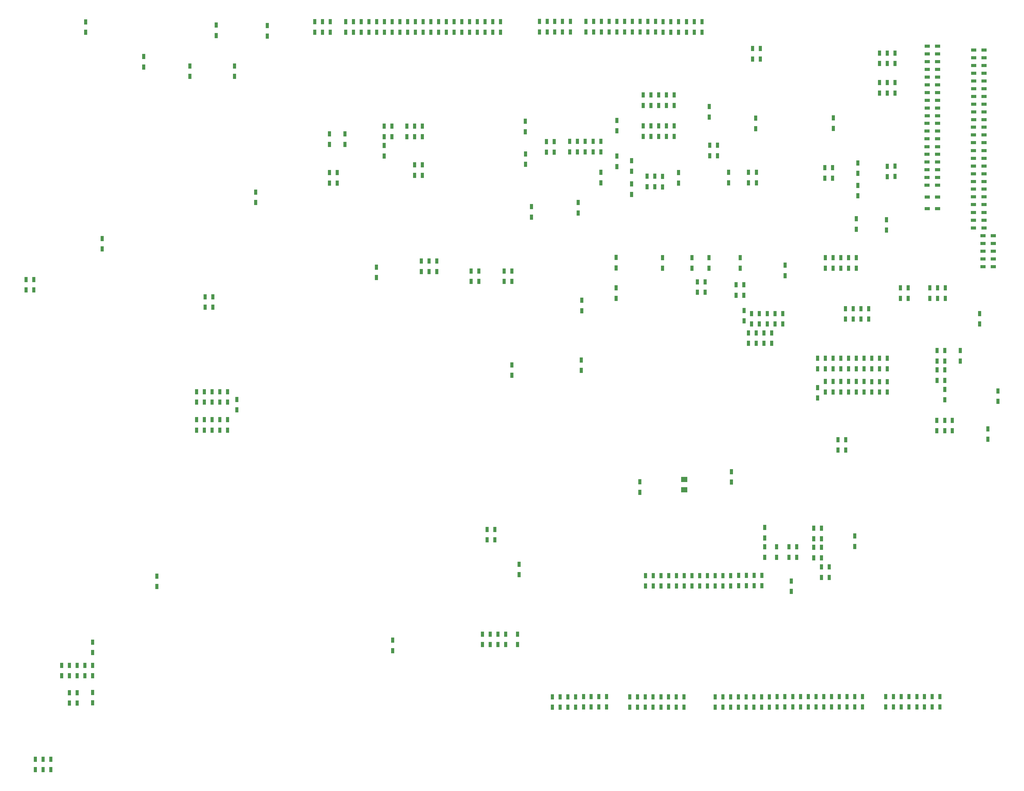
<source format=gbr>
%FSLAX34Y34*%
%MOMM*%
%LNSMDMASK_BOTTOM*%
G71*
G01*
%ADD10R,1.100X1.700*%
%ADD11R,1.700X1.100*%
%ADD12R,2.100X1.700*%
%LPD*%
X1016794Y929481D02*
G54D10*
D03*
X1016794Y895350D02*
G54D10*
D03*
X1042194Y929481D02*
G54D10*
D03*
X1042194Y895350D02*
G54D10*
D03*
X1067594Y929481D02*
G54D10*
D03*
X1067594Y895350D02*
G54D10*
D03*
X1118394Y929481D02*
G54D10*
D03*
X1118394Y895350D02*
G54D10*
D03*
X1143794Y929481D02*
G54D10*
D03*
X1143794Y895350D02*
G54D10*
D03*
X1169194Y929481D02*
G54D10*
D03*
X1169194Y895350D02*
G54D10*
D03*
X1194594Y929481D02*
G54D10*
D03*
X1194594Y895350D02*
G54D10*
D03*
X1219994Y929481D02*
G54D10*
D03*
X1219994Y895350D02*
G54D10*
D03*
X1245394Y895350D02*
G54D10*
D03*
X1245394Y929481D02*
G54D10*
D03*
X1270794Y895350D02*
G54D10*
D03*
X1270794Y929481D02*
G54D10*
D03*
X264319Y894556D02*
G54D10*
D03*
X264319Y928688D02*
G54D10*
D03*
X454819Y781050D02*
G54D10*
D03*
X454819Y815181D02*
G54D10*
D03*
X606425Y750094D02*
G54D10*
D03*
X606425Y784225D02*
G54D10*
D03*
X692944Y884238D02*
G54D10*
D03*
X692944Y918369D02*
G54D10*
D03*
X753269Y750094D02*
G54D10*
D03*
X753269Y784225D02*
G54D10*
D03*
X860425Y882650D02*
G54D10*
D03*
X860425Y916781D02*
G54D10*
D03*
X1296194Y895350D02*
G54D10*
D03*
X1296194Y929481D02*
G54D10*
D03*
X1321594Y895350D02*
G54D10*
D03*
X1321594Y929481D02*
G54D10*
D03*
X1346994Y895350D02*
G54D10*
D03*
X1346994Y929481D02*
G54D10*
D03*
X1372394Y895350D02*
G54D10*
D03*
X1372394Y929481D02*
G54D10*
D03*
X1397794Y895350D02*
G54D10*
D03*
X1397794Y929481D02*
G54D10*
D03*
X1423194Y895350D02*
G54D10*
D03*
X1423194Y929481D02*
G54D10*
D03*
X1448594Y895350D02*
G54D10*
D03*
X1448594Y929481D02*
G54D10*
D03*
X1473994Y895350D02*
G54D10*
D03*
X1473994Y929481D02*
G54D10*
D03*
X1499394Y895350D02*
G54D10*
D03*
X1499394Y929481D02*
G54D10*
D03*
X1524794Y895350D02*
G54D10*
D03*
X1524794Y929481D02*
G54D10*
D03*
X1550194Y895350D02*
G54D10*
D03*
X1550194Y929481D02*
G54D10*
D03*
X1575594Y895350D02*
G54D10*
D03*
X1575594Y929481D02*
G54D10*
D03*
X1600994Y895350D02*
G54D10*
D03*
X1600994Y929481D02*
G54D10*
D03*
X1626394Y895350D02*
G54D10*
D03*
X1626394Y929481D02*
G54D10*
D03*
X1754188Y896144D02*
G54D10*
D03*
X1754188Y930275D02*
G54D10*
D03*
X1779588Y896144D02*
G54D10*
D03*
X1779588Y930275D02*
G54D10*
D03*
X1804194Y896144D02*
G54D10*
D03*
X1804194Y930275D02*
G54D10*
D03*
X1829594Y896144D02*
G54D10*
D03*
X1829594Y930275D02*
G54D10*
D03*
X1855788Y896144D02*
G54D10*
D03*
X1855788Y930275D02*
G54D10*
D03*
X1906588Y896144D02*
G54D10*
D03*
X1906588Y930275D02*
G54D10*
D03*
X1931988Y896144D02*
G54D10*
D03*
X1931988Y930275D02*
G54D10*
D03*
X1957388Y896144D02*
G54D10*
D03*
X1957388Y930275D02*
G54D10*
D03*
X1982788Y896144D02*
G54D10*
D03*
X1982788Y930275D02*
G54D10*
D03*
X2008188Y896144D02*
G54D10*
D03*
X2008188Y930275D02*
G54D10*
D03*
X2033588Y896144D02*
G54D10*
D03*
X2033588Y930275D02*
G54D10*
D03*
X2058988Y896144D02*
G54D10*
D03*
X2058988Y930275D02*
G54D10*
D03*
X2084388Y896144D02*
G54D10*
D03*
X2084388Y930275D02*
G54D10*
D03*
X2109788Y896144D02*
G54D10*
D03*
X2109788Y930275D02*
G54D10*
D03*
X2135188Y896144D02*
G54D10*
D03*
X2135188Y930275D02*
G54D10*
D03*
X2159794Y895350D02*
G54D10*
D03*
X2159794Y929481D02*
G54D10*
D03*
X2287588Y895350D02*
G54D10*
D03*
X2287588Y929481D02*
G54D10*
D03*
X2262188Y895350D02*
G54D10*
D03*
X2262188Y929481D02*
G54D10*
D03*
X2236788Y895350D02*
G54D10*
D03*
X2236788Y929481D02*
G54D10*
D03*
X2210594Y895350D02*
G54D10*
D03*
X2210594Y929481D02*
G54D10*
D03*
X2185194Y895350D02*
G54D10*
D03*
X2185194Y929481D02*
G54D10*
D03*
X2453481Y807244D02*
G54D10*
D03*
X2453481Y841375D02*
G54D10*
D03*
X2478881Y807244D02*
G54D10*
D03*
X2478881Y841375D02*
G54D10*
D03*
X2870200Y792162D02*
G54D10*
D03*
X2870200Y826294D02*
G54D10*
D03*
X2895600Y792162D02*
G54D10*
D03*
X2895600Y826294D02*
G54D10*
D03*
X2921000Y792162D02*
G54D10*
D03*
X2921000Y826294D02*
G54D10*
D03*
X2921000Y695325D02*
G54D10*
D03*
X2921000Y729456D02*
G54D10*
D03*
X2895600Y695325D02*
G54D10*
D03*
X2895600Y729456D02*
G54D10*
D03*
X2870200Y695325D02*
G54D10*
D03*
X2870200Y729456D02*
G54D10*
D03*
X2718594Y579438D02*
G54D10*
D03*
X2718594Y613569D02*
G54D10*
D03*
X2463006Y578644D02*
G54D10*
D03*
X2463006Y612775D02*
G54D10*
D03*
X2310606Y616744D02*
G54D10*
D03*
X2310606Y650875D02*
G54D10*
D03*
X2195512Y654844D02*
G54D10*
D03*
X2195512Y688975D02*
G54D10*
D03*
X2170112Y654844D02*
G54D10*
D03*
X2170112Y688975D02*
G54D10*
D03*
X2144712Y654844D02*
G54D10*
D03*
X2144712Y688975D02*
G54D10*
D03*
X2119312Y654844D02*
G54D10*
D03*
X2119312Y688975D02*
G54D10*
D03*
X2093912Y654844D02*
G54D10*
D03*
X2093912Y688975D02*
G54D10*
D03*
X2008188Y571500D02*
G54D10*
D03*
X2008188Y605631D02*
G54D10*
D03*
X1707356Y568325D02*
G54D10*
D03*
X1707356Y602456D02*
G54D10*
D03*
X822325Y335756D02*
G54D10*
D03*
X822325Y369888D02*
G54D10*
D03*
X1064419Y527050D02*
G54D10*
D03*
X1064419Y561181D02*
G54D10*
D03*
X1115219Y527050D02*
G54D10*
D03*
X1115219Y561181D02*
G54D10*
D03*
X1064419Y400050D02*
G54D10*
D03*
X1064419Y434181D02*
G54D10*
D03*
X1089819Y400050D02*
G54D10*
D03*
X1089819Y434181D02*
G54D10*
D03*
X1727994Y288131D02*
G54D10*
D03*
X1727994Y322262D02*
G54D10*
D03*
X1708150Y461169D02*
G54D10*
D03*
X1708150Y495300D02*
G54D10*
D03*
X1369219Y425450D02*
G54D10*
D03*
X1369219Y459581D02*
G54D10*
D03*
X1343819Y425450D02*
G54D10*
D03*
X1343819Y459581D02*
G54D10*
D03*
X1244600Y488950D02*
G54D10*
D03*
X1244600Y523081D02*
G54D10*
D03*
X1369219Y552450D02*
G54D10*
D03*
X1369219Y586581D02*
G54D10*
D03*
X1343819Y552450D02*
G54D10*
D03*
X1343819Y586581D02*
G54D10*
D03*
X1318419Y552450D02*
G54D10*
D03*
X1318419Y586581D02*
G54D10*
D03*
X1270000Y552450D02*
G54D10*
D03*
X1270000Y586581D02*
G54D10*
D03*
X1244600Y552450D02*
G54D10*
D03*
X1244600Y586581D02*
G54D10*
D03*
X1776412Y501650D02*
G54D10*
D03*
X1776412Y535781D02*
G54D10*
D03*
X1801812Y501650D02*
G54D10*
D03*
X1801812Y535781D02*
G54D10*
D03*
X1852612Y502444D02*
G54D10*
D03*
X1852612Y536575D02*
G54D10*
D03*
X1881188Y301625D02*
G54D10*
D03*
X1881188Y335756D02*
G54D10*
D03*
X1955006Y400844D02*
G54D10*
D03*
X1955006Y434975D02*
G54D10*
D03*
X2055812Y362744D02*
G54D10*
D03*
X2055812Y396875D02*
G54D10*
D03*
X2008188Y454025D02*
G54D10*
D03*
X2008188Y488156D02*
G54D10*
D03*
X2055812Y438944D02*
G54D10*
D03*
X2055812Y473075D02*
G54D10*
D03*
X2106612Y388144D02*
G54D10*
D03*
X2106612Y422275D02*
G54D10*
D03*
X2132012Y388144D02*
G54D10*
D03*
X2132012Y422275D02*
G54D10*
D03*
X2157412Y387350D02*
G54D10*
D03*
X2157412Y421481D02*
G54D10*
D03*
X2210594Y400050D02*
G54D10*
D03*
X2210594Y434181D02*
G54D10*
D03*
X2374106Y400844D02*
G54D10*
D03*
X2374106Y434975D02*
G54D10*
D03*
X2439988Y400844D02*
G54D10*
D03*
X2439988Y434975D02*
G54D10*
D03*
X2338388Y489744D02*
G54D10*
D03*
X2338388Y523875D02*
G54D10*
D03*
X2312988Y489744D02*
G54D10*
D03*
X2312988Y523875D02*
G54D10*
D03*
X2195512Y553244D02*
G54D10*
D03*
X2195512Y587375D02*
G54D10*
D03*
X2170112Y553244D02*
G54D10*
D03*
X2170112Y587375D02*
G54D10*
D03*
X2093912Y553244D02*
G54D10*
D03*
X2093912Y587375D02*
G54D10*
D03*
X2119312Y553244D02*
G54D10*
D03*
X2119312Y587375D02*
G54D10*
D03*
X2144712Y553244D02*
G54D10*
D03*
X2144712Y587375D02*
G54D10*
D03*
X1955006Y502444D02*
G54D10*
D03*
X1955006Y536575D02*
G54D10*
D03*
X1878012Y502444D02*
G54D10*
D03*
X1878012Y536575D02*
G54D10*
D03*
X1903412Y502444D02*
G54D10*
D03*
X1903412Y536575D02*
G54D10*
D03*
X1929606Y502444D02*
G54D10*
D03*
X1929606Y536575D02*
G54D10*
D03*
X2466181Y400844D02*
G54D10*
D03*
X2466181Y434975D02*
G54D10*
D03*
X2690019Y415925D02*
G54D10*
D03*
X2690019Y450056D02*
G54D10*
D03*
X2715419Y415925D02*
G54D10*
D03*
X2715419Y450056D02*
G54D10*
D03*
X2798762Y431800D02*
G54D10*
D03*
X2798762Y465931D02*
G54D10*
D03*
X2798762Y357981D02*
G54D10*
D03*
X2798762Y392112D02*
G54D10*
D03*
X2794000Y248444D02*
G54D10*
D03*
X2794000Y282575D02*
G54D10*
D03*
X2892425Y245269D02*
G54D10*
D03*
X2892425Y279400D02*
G54D10*
D03*
X2895600Y420688D02*
G54D10*
D03*
X2895600Y454819D02*
G54D10*
D03*
X2921000Y421481D02*
G54D10*
D03*
X2921000Y455612D02*
G54D10*
D03*
X3026569Y849313D02*
G54D11*
D03*
X3060700Y849313D02*
G54D11*
D03*
X3026569Y823913D02*
G54D11*
D03*
X3060700Y823913D02*
G54D11*
D03*
X3026569Y798513D02*
G54D11*
D03*
X3060700Y798513D02*
G54D11*
D03*
X3026569Y773113D02*
G54D11*
D03*
X3060700Y773113D02*
G54D11*
D03*
X3026569Y747713D02*
G54D11*
D03*
X3060700Y747713D02*
G54D11*
D03*
X3026569Y722313D02*
G54D11*
D03*
X3060700Y722313D02*
G54D11*
D03*
X3026569Y696913D02*
G54D11*
D03*
X3060700Y696913D02*
G54D11*
D03*
X3026569Y671513D02*
G54D11*
D03*
X3060700Y671513D02*
G54D11*
D03*
X3026569Y646113D02*
G54D11*
D03*
X3060700Y646113D02*
G54D11*
D03*
X3026569Y620713D02*
G54D11*
D03*
X3060700Y620713D02*
G54D11*
D03*
X3025775Y596106D02*
G54D11*
D03*
X3059906Y596106D02*
G54D11*
D03*
X3025775Y469106D02*
G54D11*
D03*
X3059906Y469106D02*
G54D11*
D03*
X3025775Y494506D02*
G54D11*
D03*
X3059906Y494506D02*
G54D11*
D03*
X3025775Y519113D02*
G54D11*
D03*
X3059906Y519113D02*
G54D11*
D03*
X3025775Y545306D02*
G54D11*
D03*
X3059906Y545306D02*
G54D11*
D03*
X3025775Y570706D02*
G54D11*
D03*
X3059906Y570706D02*
G54D11*
D03*
X3178969Y836613D02*
G54D11*
D03*
X3213100Y836613D02*
G54D11*
D03*
X3178969Y811213D02*
G54D11*
D03*
X3213100Y811213D02*
G54D11*
D03*
X3178969Y785813D02*
G54D11*
D03*
X3213100Y785813D02*
G54D11*
D03*
X3178969Y760413D02*
G54D11*
D03*
X3213100Y760413D02*
G54D11*
D03*
X3178969Y735013D02*
G54D11*
D03*
X3213100Y735013D02*
G54D11*
D03*
X3178969Y709613D02*
G54D11*
D03*
X3213100Y709613D02*
G54D11*
D03*
X3178969Y684213D02*
G54D11*
D03*
X3213100Y684213D02*
G54D11*
D03*
X3178969Y658813D02*
G54D11*
D03*
X3213100Y658813D02*
G54D11*
D03*
X3178969Y633413D02*
G54D11*
D03*
X3213100Y633413D02*
G54D11*
D03*
X3178969Y608013D02*
G54D11*
D03*
X3213100Y608013D02*
G54D11*
D03*
X3178175Y583406D02*
G54D11*
D03*
X3212306Y583406D02*
G54D11*
D03*
X3178175Y455613D02*
G54D11*
D03*
X3212306Y455613D02*
G54D11*
D03*
X3178175Y481013D02*
G54D11*
D03*
X3212306Y481013D02*
G54D11*
D03*
X3178175Y506413D02*
G54D11*
D03*
X3212306Y506413D02*
G54D11*
D03*
X3178175Y532606D02*
G54D11*
D03*
X3212306Y532606D02*
G54D11*
D03*
X3178175Y558006D02*
G54D11*
D03*
X3212306Y558006D02*
G54D11*
D03*
X2794000Y120650D02*
G54D10*
D03*
X2794000Y154781D02*
G54D10*
D03*
X2768600Y120650D02*
G54D10*
D03*
X2768600Y154781D02*
G54D10*
D03*
X2743200Y120650D02*
G54D10*
D03*
X2743200Y154781D02*
G54D10*
D03*
X2717800Y120650D02*
G54D10*
D03*
X2717800Y154781D02*
G54D10*
D03*
X2692400Y120650D02*
G54D10*
D03*
X2692400Y154781D02*
G54D10*
D03*
X2667000Y-209550D02*
G54D10*
D03*
X2667000Y-175419D02*
G54D10*
D03*
X2692400Y-209550D02*
G54D10*
D03*
X2692400Y-175419D02*
G54D10*
D03*
X2717800Y-209550D02*
G54D10*
D03*
X2717800Y-175419D02*
G54D10*
D03*
X2743200Y-209550D02*
G54D10*
D03*
X2743200Y-175419D02*
G54D10*
D03*
X2768600Y-209550D02*
G54D10*
D03*
X2768600Y-175419D02*
G54D10*
D03*
X2794000Y-209550D02*
G54D10*
D03*
X2794000Y-175419D02*
G54D10*
D03*
X2819400Y-209550D02*
G54D10*
D03*
X2819400Y-175419D02*
G54D10*
D03*
X2844800Y-209550D02*
G54D10*
D03*
X2844800Y-175419D02*
G54D10*
D03*
X2870200Y-209550D02*
G54D10*
D03*
X2870200Y-175419D02*
G54D10*
D03*
X2895600Y-209550D02*
G54D10*
D03*
X2895600Y-175419D02*
G54D10*
D03*
X2692400Y-285750D02*
G54D10*
D03*
X2692400Y-251619D02*
G54D10*
D03*
X2717800Y-285750D02*
G54D10*
D03*
X2717800Y-251619D02*
G54D10*
D03*
X2743200Y-285750D02*
G54D10*
D03*
X2743200Y-251619D02*
G54D10*
D03*
X2768600Y-285750D02*
G54D10*
D03*
X2768600Y-251619D02*
G54D10*
D03*
X2895600Y-286544D02*
G54D10*
D03*
X2895600Y-252412D02*
G54D10*
D03*
X2870200Y-286544D02*
G54D10*
D03*
X2870200Y-252412D02*
G54D10*
D03*
X2844800Y-286544D02*
G54D10*
D03*
X2844800Y-252412D02*
G54D10*
D03*
X2819400Y-285750D02*
G54D10*
D03*
X2819400Y-251619D02*
G54D10*
D03*
X2794000Y-285750D02*
G54D10*
D03*
X2794000Y-251619D02*
G54D10*
D03*
X2101850Y-923131D02*
G54D10*
D03*
X2101850Y-889000D02*
G54D10*
D03*
X2127250Y-923131D02*
G54D10*
D03*
X2127250Y-889000D02*
G54D10*
D03*
X2152650Y-923131D02*
G54D10*
D03*
X2152650Y-889000D02*
G54D10*
D03*
X2178050Y-923131D02*
G54D10*
D03*
X2178050Y-889000D02*
G54D10*
D03*
X2203450Y-923131D02*
G54D10*
D03*
X2203450Y-889000D02*
G54D10*
D03*
X2228850Y-923131D02*
G54D10*
D03*
X2228850Y-889000D02*
G54D10*
D03*
X2254250Y-923131D02*
G54D10*
D03*
X2254250Y-889000D02*
G54D10*
D03*
X2279650Y-923131D02*
G54D10*
D03*
X2279650Y-889000D02*
G54D10*
D03*
X2305050Y-923131D02*
G54D10*
D03*
X2305050Y-889000D02*
G54D10*
D03*
X2330450Y-923131D02*
G54D10*
D03*
X2330450Y-889000D02*
G54D10*
D03*
X2355850Y-923131D02*
G54D10*
D03*
X2355850Y-889000D02*
G54D10*
D03*
X2381250Y-923131D02*
G54D10*
D03*
X2381250Y-889000D02*
G54D10*
D03*
X2407444Y-922338D02*
G54D10*
D03*
X2407444Y-888206D02*
G54D10*
D03*
X2432844Y-922338D02*
G54D10*
D03*
X2432844Y-888206D02*
G54D10*
D03*
X2458244Y-922338D02*
G54D10*
D03*
X2458244Y-888206D02*
G54D10*
D03*
X2483644Y-922338D02*
G54D10*
D03*
X2483644Y-888206D02*
G54D10*
D03*
X3025775Y392906D02*
G54D11*
D03*
X3059906Y392906D02*
G54D11*
D03*
X3025775Y418306D02*
G54D11*
D03*
X3059906Y418306D02*
G54D11*
D03*
X3025775Y443706D02*
G54D11*
D03*
X3059906Y443706D02*
G54D11*
D03*
X3178175Y430213D02*
G54D11*
D03*
X3212306Y430213D02*
G54D11*
D03*
X3178175Y404813D02*
G54D11*
D03*
X3212306Y404813D02*
G54D11*
D03*
X3178175Y380206D02*
G54D11*
D03*
X3212306Y380206D02*
G54D11*
D03*
X3178175Y252413D02*
G54D11*
D03*
X3212306Y252413D02*
G54D11*
D03*
X3178175Y277813D02*
G54D11*
D03*
X3212306Y277813D02*
G54D11*
D03*
X3178175Y303213D02*
G54D11*
D03*
X3212306Y303213D02*
G54D11*
D03*
X3178175Y329406D02*
G54D11*
D03*
X3212306Y329406D02*
G54D11*
D03*
X3178175Y354806D02*
G54D11*
D03*
X3212306Y354806D02*
G54D11*
D03*
X3209131Y125413D02*
G54D11*
D03*
X3243262Y125413D02*
G54D11*
D03*
X3209131Y150813D02*
G54D11*
D03*
X3243262Y150813D02*
G54D11*
D03*
X3209131Y176213D02*
G54D11*
D03*
X3243262Y176213D02*
G54D11*
D03*
X3209131Y201613D02*
G54D11*
D03*
X3243262Y201613D02*
G54D11*
D03*
X3209131Y227013D02*
G54D11*
D03*
X3243262Y227013D02*
G54D11*
D03*
X3026569Y354013D02*
G54D11*
D03*
X3060700Y354013D02*
G54D11*
D03*
X3026569Y315913D02*
G54D11*
D03*
X3060700Y315913D02*
G54D11*
D03*
X2667000Y-305594D02*
G54D10*
D03*
X2667000Y-271462D02*
G54D10*
D03*
X2733675Y-477044D02*
G54D10*
D03*
X2733675Y-442912D02*
G54D10*
D03*
X2759075Y-477044D02*
G54D10*
D03*
X2759075Y-442912D02*
G54D10*
D03*
X2271712Y41275D02*
G54D10*
D03*
X2271712Y75406D02*
G54D10*
D03*
X2297112Y41275D02*
G54D10*
D03*
X2297112Y75406D02*
G54D10*
D03*
X2398712Y31750D02*
G54D10*
D03*
X2398712Y65881D02*
G54D10*
D03*
X2424112Y31750D02*
G54D10*
D03*
X2424112Y65881D02*
G54D10*
D03*
X2938462Y21431D02*
G54D10*
D03*
X2938462Y55562D02*
G54D10*
D03*
X2963862Y21431D02*
G54D10*
D03*
X2963862Y55562D02*
G54D10*
D03*
X2834481Y-46831D02*
G54D10*
D03*
X2834481Y-12700D02*
G54D10*
D03*
X2809081Y-46831D02*
G54D10*
D03*
X2809081Y-12700D02*
G54D10*
D03*
X2783681Y-46831D02*
G54D10*
D03*
X2783681Y-12700D02*
G54D10*
D03*
X2758281Y-46831D02*
G54D10*
D03*
X2758281Y-12700D02*
G54D10*
D03*
X3086100Y21431D02*
G54D10*
D03*
X3086100Y55562D02*
G54D10*
D03*
X3060700Y21431D02*
G54D10*
D03*
X3060700Y55562D02*
G54D10*
D03*
X3035300Y21431D02*
G54D10*
D03*
X3035300Y55562D02*
G54D10*
D03*
X3058319Y-184150D02*
G54D10*
D03*
X3058319Y-150019D02*
G54D10*
D03*
X3083719Y-184150D02*
G54D10*
D03*
X3083719Y-150019D02*
G54D10*
D03*
X3058319Y-247650D02*
G54D10*
D03*
X3058319Y-213519D02*
G54D10*
D03*
X3083719Y-247650D02*
G54D10*
D03*
X3083719Y-213519D02*
G54D10*
D03*
X3134519Y-184150D02*
G54D10*
D03*
X3134519Y-150019D02*
G54D10*
D03*
X3083719Y-311944D02*
G54D10*
D03*
X3083719Y-277812D02*
G54D10*
D03*
X3198019Y-62706D02*
G54D10*
D03*
X3198019Y-28575D02*
G54D10*
D03*
X3258344Y-316706D02*
G54D10*
D03*
X3258344Y-282575D02*
G54D10*
D03*
X3225800Y-441325D02*
G54D10*
D03*
X3225800Y-407194D02*
G54D10*
D03*
X2788444Y-792956D02*
G54D10*
D03*
X2788444Y-758825D02*
G54D10*
D03*
X2532062Y-828675D02*
G54D10*
D03*
X2532062Y-794544D02*
G54D10*
D03*
X2493169Y-765175D02*
G54D10*
D03*
X2493169Y-731044D02*
G54D10*
D03*
X2383631Y-581819D02*
G54D10*
D03*
X2383631Y-547688D02*
G54D10*
D03*
X2493169Y-828675D02*
G54D10*
D03*
X2493169Y-794544D02*
G54D10*
D03*
X2580481Y-940594D02*
G54D10*
D03*
X2580481Y-906462D02*
G54D10*
D03*
X730250Y-319088D02*
G54D10*
D03*
X730250Y-284956D02*
G54D10*
D03*
X704850Y-319088D02*
G54D10*
D03*
X704850Y-284956D02*
G54D10*
D03*
X679450Y-319088D02*
G54D10*
D03*
X679450Y-284956D02*
G54D10*
D03*
X654050Y-319088D02*
G54D10*
D03*
X654050Y-284956D02*
G54D10*
D03*
X628650Y-319088D02*
G54D10*
D03*
X628650Y-284956D02*
G54D10*
D03*
X730250Y-411162D02*
G54D10*
D03*
X730250Y-377031D02*
G54D10*
D03*
X704850Y-411162D02*
G54D10*
D03*
X704850Y-377031D02*
G54D10*
D03*
X679450Y-411162D02*
G54D10*
D03*
X679450Y-377031D02*
G54D10*
D03*
X654050Y-411162D02*
G54D10*
D03*
X654050Y-377031D02*
G54D10*
D03*
X628650Y-411162D02*
G54D10*
D03*
X628650Y-377031D02*
G54D10*
D03*
X760412Y-344488D02*
G54D10*
D03*
X760412Y-310356D02*
G54D10*
D03*
X681831Y-7938D02*
G54D10*
D03*
X681831Y26194D02*
G54D10*
D03*
X656431Y-7938D02*
G54D10*
D03*
X656431Y26194D02*
G54D10*
D03*
X94456Y49212D02*
G54D10*
D03*
X94456Y83344D02*
G54D10*
D03*
X69056Y49212D02*
G54D10*
D03*
X69056Y83344D02*
G54D10*
D03*
X319088Y183356D02*
G54D10*
D03*
X319088Y217488D02*
G54D10*
D03*
X1554956Y76994D02*
G54D10*
D03*
X1554956Y111125D02*
G54D10*
D03*
X1529556Y76994D02*
G54D10*
D03*
X1529556Y111125D02*
G54D10*
D03*
X1663700Y76994D02*
G54D10*
D03*
X1663700Y111125D02*
G54D10*
D03*
X1638300Y76994D02*
G54D10*
D03*
X1638300Y111125D02*
G54D10*
D03*
X1416844Y109538D02*
G54D10*
D03*
X1416844Y143669D02*
G54D10*
D03*
X1391444Y109538D02*
G54D10*
D03*
X1391444Y143669D02*
G54D10*
D03*
X1366044Y109538D02*
G54D10*
D03*
X1366044Y143669D02*
G54D10*
D03*
X2551906Y-62706D02*
G54D10*
D03*
X2551906Y-28575D02*
G54D10*
D03*
X2526506Y-62706D02*
G54D10*
D03*
X2526506Y-28575D02*
G54D10*
D03*
X2501106Y-62706D02*
G54D10*
D03*
X2501106Y-28575D02*
G54D10*
D03*
X2474912Y-62706D02*
G54D10*
D03*
X2474912Y-28575D02*
G54D10*
D03*
X2449512Y-62706D02*
G54D10*
D03*
X2449512Y-28575D02*
G54D10*
D03*
X2516188Y-126206D02*
G54D10*
D03*
X2516188Y-92075D02*
G54D10*
D03*
X2490788Y-126206D02*
G54D10*
D03*
X2490788Y-92075D02*
G54D10*
D03*
X2465388Y-126206D02*
G54D10*
D03*
X2465388Y-92075D02*
G54D10*
D03*
X2439988Y-126206D02*
G54D10*
D03*
X2439988Y-92075D02*
G54D10*
D03*
X2424906Y-52388D02*
G54D10*
D03*
X2424906Y-18256D02*
G54D10*
D03*
X1796256Y-1320800D02*
G54D10*
D03*
X1796256Y-1286669D02*
G54D10*
D03*
X1821656Y-1320800D02*
G54D10*
D03*
X1821656Y-1286669D02*
G54D10*
D03*
X1847056Y-1320800D02*
G54D10*
D03*
X1847056Y-1286669D02*
G54D10*
D03*
X1872456Y-1320800D02*
G54D10*
D03*
X1872456Y-1286669D02*
G54D10*
D03*
X1898650Y-1320006D02*
G54D10*
D03*
X1898650Y-1285875D02*
G54D10*
D03*
X1923256Y-1320006D02*
G54D10*
D03*
X1923256Y-1285875D02*
G54D10*
D03*
X1948656Y-1320006D02*
G54D10*
D03*
X1948656Y-1285875D02*
G54D10*
D03*
X1974056Y-1320006D02*
G54D10*
D03*
X1974056Y-1285875D02*
G54D10*
D03*
X2050256Y-1320800D02*
G54D10*
D03*
X2050256Y-1286669D02*
G54D10*
D03*
X2075656Y-1320800D02*
G54D10*
D03*
X2075656Y-1286669D02*
G54D10*
D03*
X2101056Y-1320800D02*
G54D10*
D03*
X2101056Y-1286669D02*
G54D10*
D03*
X2126456Y-1320800D02*
G54D10*
D03*
X2126456Y-1286669D02*
G54D10*
D03*
X2152650Y-1320800D02*
G54D10*
D03*
X2152650Y-1286669D02*
G54D10*
D03*
X2177256Y-1320800D02*
G54D10*
D03*
X2177256Y-1286669D02*
G54D10*
D03*
X2202656Y-1320800D02*
G54D10*
D03*
X2202656Y-1286669D02*
G54D10*
D03*
X2228056Y-1320800D02*
G54D10*
D03*
X2228056Y-1286669D02*
G54D10*
D03*
X2330450Y-1320800D02*
G54D10*
D03*
X2330450Y-1286669D02*
G54D10*
D03*
X2355850Y-1320800D02*
G54D10*
D03*
X2355850Y-1286669D02*
G54D10*
D03*
X2381250Y-1320800D02*
G54D10*
D03*
X2381250Y-1286669D02*
G54D10*
D03*
X2406650Y-1320800D02*
G54D10*
D03*
X2406650Y-1286669D02*
G54D10*
D03*
X2432050Y-1320800D02*
G54D10*
D03*
X2432050Y-1286669D02*
G54D10*
D03*
X2457450Y-1320800D02*
G54D10*
D03*
X2457450Y-1286669D02*
G54D10*
D03*
X2482850Y-1320800D02*
G54D10*
D03*
X2482850Y-1286669D02*
G54D10*
D03*
X2508250Y-1320800D02*
G54D10*
D03*
X2508250Y-1286669D02*
G54D10*
D03*
X2533650Y-1320006D02*
G54D10*
D03*
X2533650Y-1285875D02*
G54D10*
D03*
X2559050Y-1320006D02*
G54D10*
D03*
X2559050Y-1285875D02*
G54D10*
D03*
X2585244Y-1320006D02*
G54D10*
D03*
X2585244Y-1285875D02*
G54D10*
D03*
X2610644Y-1320006D02*
G54D10*
D03*
X2610644Y-1285875D02*
G54D10*
D03*
X2636044Y-1320006D02*
G54D10*
D03*
X2636044Y-1285875D02*
G54D10*
D03*
X2661444Y-1320006D02*
G54D10*
D03*
X2661444Y-1285875D02*
G54D10*
D03*
X2686844Y-1320006D02*
G54D10*
D03*
X2686844Y-1285875D02*
G54D10*
D03*
X2712244Y-1320006D02*
G54D10*
D03*
X2712244Y-1285875D02*
G54D10*
D03*
X2737644Y-1320006D02*
G54D10*
D03*
X2737644Y-1285875D02*
G54D10*
D03*
X2763044Y-1320006D02*
G54D10*
D03*
X2763044Y-1285875D02*
G54D10*
D03*
X2788444Y-1320006D02*
G54D10*
D03*
X2788444Y-1285875D02*
G54D10*
D03*
X2813844Y-1320006D02*
G54D10*
D03*
X2813844Y-1285875D02*
G54D10*
D03*
X2890044Y-1320006D02*
G54D10*
D03*
X2890044Y-1285875D02*
G54D10*
D03*
X2915444Y-1320006D02*
G54D10*
D03*
X2915444Y-1285875D02*
G54D10*
D03*
X2940844Y-1320006D02*
G54D10*
D03*
X2940844Y-1285875D02*
G54D10*
D03*
X2966244Y-1320006D02*
G54D10*
D03*
X2966244Y-1285875D02*
G54D10*
D03*
X2992438Y-1320006D02*
G54D10*
D03*
X2992438Y-1285875D02*
G54D10*
D03*
X3017044Y-1320006D02*
G54D10*
D03*
X3017044Y-1285875D02*
G54D10*
D03*
X3042444Y-1320006D02*
G54D10*
D03*
X3042444Y-1285875D02*
G54D10*
D03*
X3067844Y-1320006D02*
G54D10*
D03*
X3067844Y-1285875D02*
G54D10*
D03*
X99219Y-1525588D02*
G54D10*
D03*
X99219Y-1491456D02*
G54D10*
D03*
X124619Y-1525588D02*
G54D10*
D03*
X124619Y-1491456D02*
G54D10*
D03*
X150019Y-1525588D02*
G54D10*
D03*
X150019Y-1491456D02*
G54D10*
D03*
X211138Y-1307306D02*
G54D10*
D03*
X211138Y-1273175D02*
G54D10*
D03*
X236538Y-1307306D02*
G54D10*
D03*
X236538Y-1273175D02*
G54D10*
D03*
X287338Y-1306512D02*
G54D10*
D03*
X287338Y-1272381D02*
G54D10*
D03*
X287338Y-1141412D02*
G54D10*
D03*
X287338Y-1107281D02*
G54D10*
D03*
X498475Y-924719D02*
G54D10*
D03*
X498475Y-890588D02*
G54D10*
D03*
X185738Y-1217612D02*
G54D10*
D03*
X185738Y-1183481D02*
G54D10*
D03*
X211138Y-1217612D02*
G54D10*
D03*
X211138Y-1183481D02*
G54D10*
D03*
X236538Y-1217612D02*
G54D10*
D03*
X236538Y-1183481D02*
G54D10*
D03*
X261938Y-1217612D02*
G54D10*
D03*
X261938Y-1183481D02*
G54D10*
D03*
X287338Y-1217612D02*
G54D10*
D03*
X287338Y-1183481D02*
G54D10*
D03*
X1272381Y-1135062D02*
G54D10*
D03*
X1272381Y-1100931D02*
G54D10*
D03*
X1566862Y-1115219D02*
G54D10*
D03*
X1566862Y-1081088D02*
G54D10*
D03*
X1592262Y-1115219D02*
G54D10*
D03*
X1592262Y-1081088D02*
G54D10*
D03*
X1617662Y-1115219D02*
G54D10*
D03*
X1617662Y-1081088D02*
G54D10*
D03*
X1643062Y-1115219D02*
G54D10*
D03*
X1643062Y-1081088D02*
G54D10*
D03*
X1681956Y-1115219D02*
G54D10*
D03*
X1681956Y-1081088D02*
G54D10*
D03*
X1686719Y-885825D02*
G54D10*
D03*
X1686719Y-851694D02*
G54D10*
D03*
X1581944Y-771525D02*
G54D10*
D03*
X1581944Y-737394D02*
G54D10*
D03*
X1607344Y-771525D02*
G54D10*
D03*
X1607344Y-737394D02*
G54D10*
D03*
X2083594Y-615156D02*
G54D10*
D03*
X2083594Y-581025D02*
G54D10*
D03*
X1663700Y-230981D02*
G54D10*
D03*
X1663700Y-196850D02*
G54D10*
D03*
X1890712Y-215106D02*
G54D10*
D03*
X1890712Y-180975D02*
G54D10*
D03*
X1893094Y-19050D02*
G54D10*
D03*
X1893094Y15081D02*
G54D10*
D03*
X2005012Y21431D02*
G54D10*
D03*
X2005012Y55562D02*
G54D10*
D03*
X2005012Y121444D02*
G54D10*
D03*
X2005012Y155575D02*
G54D10*
D03*
X2157412Y120650D02*
G54D10*
D03*
X2157412Y154781D02*
G54D10*
D03*
X2254250Y120650D02*
G54D10*
D03*
X2254250Y154781D02*
G54D10*
D03*
X2309812Y120650D02*
G54D10*
D03*
X2309812Y154781D02*
G54D10*
D03*
X2412206Y120650D02*
G54D10*
D03*
X2412206Y154781D02*
G54D10*
D03*
X2559844Y96044D02*
G54D10*
D03*
X2559844Y130175D02*
G54D10*
D03*
X3057525Y-413544D02*
G54D10*
D03*
X3057525Y-379412D02*
G54D10*
D03*
X3083719Y-413544D02*
G54D10*
D03*
X3083719Y-379412D02*
G54D10*
D03*
X3108325Y-413544D02*
G54D10*
D03*
X3108325Y-379412D02*
G54D10*
D03*
X2654300Y-767556D02*
G54D10*
D03*
X2654300Y-733425D02*
G54D10*
D03*
X2679700Y-767556D02*
G54D10*
D03*
X2679700Y-733425D02*
G54D10*
D03*
X2572544Y-828675D02*
G54D10*
D03*
X2572544Y-794544D02*
G54D10*
D03*
X2597944Y-828675D02*
G54D10*
D03*
X2597944Y-794544D02*
G54D10*
D03*
X2654300Y-830262D02*
G54D10*
D03*
X2654300Y-796131D02*
G54D10*
D03*
X2679700Y-830262D02*
G54D10*
D03*
X2679700Y-796131D02*
G54D10*
D03*
X2679700Y-894556D02*
G54D10*
D03*
X2679700Y-860425D02*
G54D10*
D03*
X2705100Y-894556D02*
G54D10*
D03*
X2705100Y-860425D02*
G54D10*
D03*
X1219200Y89694D02*
G54D10*
D03*
X1219200Y123825D02*
G54D10*
D03*
X2228851Y-573087D02*
G54D12*
D03*
X2228850Y-607219D02*
G54D12*
D03*
M02*

</source>
